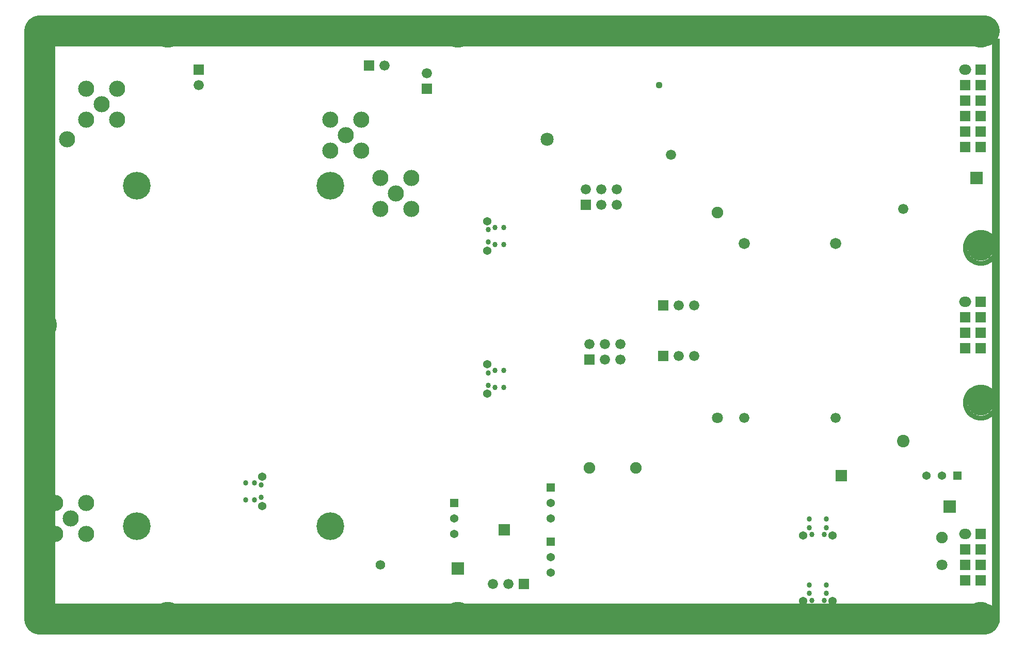
<source format=gbs>
*%FSLAX24Y24*%
*%MOIN*%
G01*
%ADD11C,0.0000*%
%ADD12C,0.0050*%
%ADD13C,0.0060*%
%ADD14C,0.0073*%
%ADD15C,0.0080*%
%ADD16C,0.0098*%
%ADD17C,0.0100*%
%ADD18C,0.0120*%
%ADD19C,0.0150*%
%ADD20C,0.0160*%
%ADD21C,0.0160*%
%ADD22C,0.0200*%
%ADD23C,0.0240*%
%ADD24O,0.0240X0.0800*%
%ADD25C,0.0250*%
%ADD26O,0.0280X0.0840*%
%ADD27C,0.0300*%
%ADD28C,0.0300*%
%ADD29C,0.0320*%
%ADD30C,0.0340*%
%ADD31C,0.0360*%
%ADD32C,0.0380*%
%ADD33C,0.0394*%
%ADD34C,0.0400*%
%ADD35C,0.0400*%
%ADD36C,0.0434*%
%ADD37C,0.0440*%
%ADD38C,0.0460*%
%ADD39C,0.0480*%
%ADD40C,0.0480*%
%ADD41C,0.0500*%
%ADD42C,0.0500*%
%ADD43C,0.0520*%
%ADD44C,0.0540*%
%ADD45C,0.0560*%
%ADD46C,0.0580*%
%ADD47C,0.0600*%
%ADD48C,0.0620*%
%ADD49C,0.0650*%
%ADD50C,0.0660*%
%ADD51C,0.0670*%
%ADD52C,0.0680*%
%ADD53C,0.0700*%
%ADD54C,0.0710*%
%ADD55C,0.0720*%
%ADD56O,0.0750X0.0620*%
%ADD57C,0.0750*%
%ADD58C,0.0760*%
%ADD59O,0.0790X0.0660*%
%ADD60C,0.0810*%
%ADD61C,0.0827*%
%ADD62C,0.0850*%
%ADD63C,0.0870*%
%ADD64C,0.1000*%
%ADD65C,0.1040*%
%ADD66C,0.1299*%
%ADD67C,0.1299*%
%ADD68C,0.1499*%
%ADD69C,0.1600*%
%ADD70C,0.1700*%
%ADD71C,0.1750*%
%ADD72C,0.1790*%
%ADD73C,0.2000*%
%ADD74C,0.2299*%
%ADD75C,0.2299*%
%ADD76R,0.0200X0.0200*%
%ADD77R,0.0200X0.0500*%
%ADD78R,0.0200X0.0650*%
%ADD79R,0.0200X0.1600*%
%ADD80R,0.0240X0.0700*%
%ADD81R,0.0280X0.0600*%
%ADD82R,0.0300X0.0300*%
%ADD83R,0.0300X0.0300*%
%ADD84R,0.0300X0.0600*%
%ADD85R,0.0300X0.0650*%
%ADD86R,0.0300X0.0700*%
%ADD87R,0.0315X0.0709*%
%ADD88R,0.0320X0.0560*%
%ADD89R,0.0320X0.0640*%
%ADD90R,0.0335X0.0758*%
%ADD91R,0.0340X0.0340*%
%ADD92R,0.0340X0.0700*%
%ADD93R,0.0340X0.0800*%
%ADD94R,0.0344X0.0787*%
%ADD95R,0.0344X0.0797*%
%ADD96R,0.0350X0.0700*%
%ADD97R,0.0350X0.0800*%
%ADD98R,0.0354X0.0787*%
%ADD99R,0.0355X0.0749*%
%ADD100R,0.0360X0.0600*%
%ADD101R,0.0360X0.1300*%
%ADD102R,0.0394X0.0827*%
%ADD103R,0.0400X0.0200*%
%ADD104R,0.0400X0.0400*%
%ADD105R,0.0400X0.0500*%
%ADD106R,0.0400X0.0640*%
%ADD107R,0.0400X0.0750*%
%ADD108R,0.0400X0.1350*%
%ADD109R,0.0420X0.0850*%
%ADD110R,0.0434X0.0867*%
%ADD111R,0.0440X0.0540*%
%ADD112R,0.0440X0.1390*%
%ADD113R,0.0460X0.0890*%
%ADD114R,0.0500X0.0200*%
%ADD115R,0.0500X0.0400*%
%ADD116R,0.0500X0.0500*%
%ADD117R,0.0500X0.0500*%
%ADD118R,0.0500X0.0850*%
%ADD119R,0.0500X0.1000*%
%ADD120R,0.0500X0.1200*%
%ADD121R,0.0540X0.0440*%
%ADD122R,0.0540X0.0540*%
%ADD123R,0.0540X0.0890*%
%ADD124R,0.0540X0.0960*%
%ADD125R,0.0540X0.1040*%
%ADD126R,0.0550X0.0650*%
%ADD127R,0.0550X0.0780*%
%ADD128R,0.0550X0.0800*%
%ADD129R,0.0560X0.0320*%
%ADD130R,0.0591X0.1260*%
%ADD131R,0.0600X0.0280*%
%ADD132R,0.0600X0.0360*%
%ADD133R,0.0600X0.0600*%
%ADD134R,0.0600X0.1000*%
%ADD135R,0.0600X0.1200*%
%ADD136R,0.0600X0.1250*%
%ADD137R,0.0620X0.0620*%
%ADD138R,0.0631X0.1300*%
%ADD139R,0.0640X0.0320*%
%ADD140R,0.0640X0.0400*%
%ADD141R,0.0640X0.0640*%
%ADD142R,0.0640X0.1040*%
%ADD143R,0.0640X0.1290*%
%ADD144R,0.0650X0.0200*%
%ADD145R,0.0650X0.0550*%
%ADD146R,0.0650X0.0650*%
%ADD147R,0.0660X0.0660*%
%ADD148R,0.0700X0.0700*%
%ADD149R,0.0700X0.0700*%
%ADD150R,0.0700X0.0900*%
%ADD151R,0.0709X0.0827*%
%ADD152R,0.0740X0.0740*%
%ADD153R,0.0749X0.0867*%
%ADD154R,0.0750X0.0400*%
%ADD155R,0.0750X0.0750*%
%ADD156R,0.0750X0.0750*%
%ADD157R,0.0750X0.0800*%
%ADD158R,0.0790X0.0790*%
%ADD159R,0.0800X0.0750*%
%ADD160R,0.0800X0.0800*%
%ADD161R,0.0800X0.0800*%
%ADD162R,0.0800X0.1000*%
%ADD163R,0.0800X0.1250*%
%ADD164R,0.0840X0.1040*%
%ADD165R,0.0850X0.0500*%
%ADD166R,0.0890X0.0540*%
%ADD167R,0.0900X0.0600*%
%ADD168R,0.0900X0.0900*%
%ADD169R,0.0940X0.0940*%
%ADD170R,0.0960X0.0540*%
%ADD171R,0.0960X0.0960*%
%ADD172R,0.0960X0.1220*%
%ADD173R,0.1000X0.0500*%
%ADD174R,0.1000X0.0600*%
%ADD175R,0.1000X0.0700*%
%ADD176R,0.1000X0.1000*%
%ADD177R,0.1000X0.1000*%
%ADD178R,0.1000X0.1250*%
%ADD179R,0.1040X0.0540*%
%ADD180R,0.1040X0.0640*%
%ADD181R,0.1040X0.0740*%
%ADD182R,0.1040X0.1040*%
%ADD183R,0.1040X0.1290*%
%ADD184R,0.1060X0.1060*%
%ADD185R,0.1140X0.0540*%
%ADD186R,0.1200X0.0500*%
%ADD187R,0.1200X0.0600*%
%ADD188R,0.1200X0.1200*%
%ADD189R,0.1220X0.0960*%
%ADD190R,0.1240X0.0640*%
%ADD191R,0.1250X0.0600*%
%ADD192R,0.1250X0.0800*%
%ADD193R,0.1250X0.1000*%
%ADD194R,0.1260X0.0591*%
%ADD195R,0.1290X0.0640*%
%ADD196R,0.1290X0.1040*%
%ADD197R,0.1300X0.0631*%
%ADD198R,0.1300X0.0360*%
%ADD199R,0.1350X0.0400*%
%ADD200R,0.1390X0.0440*%
%ADD201R,0.1500X0.1500*%
%ADD202R,0.1600X0.0200*%
%ADD203R,0.1600X0.2400*%
%ADD204R,0.1700X0.1700*%
%ADD205R,0.1800X0.1800*%
%ADD206R,0.1900X0.1900*%
%ADD207R,0.2000X0.0750*%
%ADD208R,0.2000X0.2000*%
%ADD209R,0.2040X0.0790*%
%ADD210R,0.2100X0.2100*%
%ADD211R,0.2200X0.2200*%
%ADD212R,0.2400X0.1600*%
%ADD213R,0.2500X0.2500*%
D11*
X90100Y62790D02*
D03*
Y52540D02*
D03*
X88850Y56290D02*
D03*
X90100Y41290D02*
D03*
Y44790D02*
D03*
X87850Y66290D02*
D03*
X87350Y63540D02*
D03*
X88350Y51040D02*
D03*
X87350Y48790D02*
D03*
X87100Y52790D02*
D03*
X87350Y62290D02*
D03*
X88600Y37040D02*
D03*
X88350Y46540D02*
D03*
X87350Y31790D02*
D03*
X87100Y45040D02*
D03*
X88350Y41290D02*
D03*
X87100Y29290D02*
D03*
X85100Y47340D02*
D03*
X86600Y59540D02*
D03*
X85600Y55040D02*
D03*
Y51790D02*
D03*
X86100Y52790D02*
D03*
X86600Y61040D02*
D03*
X85100Y38540D02*
D03*
X86100Y45040D02*
D03*
X86350Y35790D02*
D03*
Y34290D02*
D03*
Y32540D02*
D03*
X84350Y65790D02*
D03*
X84600Y63540D02*
D03*
Y49940D02*
D03*
Y61290D02*
D03*
Y48540D02*
D03*
Y46790D02*
D03*
Y30040D02*
D03*
X83100Y67040D02*
D03*
X82850Y63790D02*
D03*
Y57540D02*
D03*
X82800Y50390D02*
D03*
X83050Y61440D02*
D03*
X83700Y52990D02*
D03*
Y51690D02*
D03*
X83850Y54790D02*
D03*
X83100Y32290D02*
D03*
Y36290D02*
D03*
X83550Y38240D02*
D03*
X83600Y34040D02*
D03*
X83750Y45290D02*
D03*
X83700Y43790D02*
D03*
X83600Y35290D02*
D03*
X83350Y30040D02*
D03*
X82350Y60790D02*
D03*
X80850Y57640D02*
D03*
Y50040D02*
D03*
X81850Y62790D02*
D03*
Y47540D02*
D03*
X82500Y54190D02*
D03*
X81350Y59540D02*
D03*
Y55040D02*
D03*
X81150Y61390D02*
D03*
X80850Y41790D02*
D03*
Y44790D02*
D03*
X81850Y34040D02*
D03*
Y38040D02*
D03*
X82350Y40790D02*
D03*
X82300Y45940D02*
D03*
X82100Y39290D02*
D03*
X81100Y46540D02*
D03*
X79500Y59390D02*
D03*
X79300Y61440D02*
D03*
X79850Y53040D02*
D03*
X80500Y55340D02*
D03*
X79600Y50040D02*
D03*
Y40540D02*
D03*
X79100Y39290D02*
D03*
X80100Y38040D02*
D03*
X79350Y46790D02*
D03*
X79100Y44790D02*
D03*
X79850Y33790D02*
D03*
X80350Y30040D02*
D03*
X77100Y63540D02*
D03*
X77600Y66290D02*
D03*
X77850Y63790D02*
D03*
X78850Y65040D02*
D03*
X77850Y67040D02*
D03*
X78150Y50640D02*
D03*
X77850Y61540D02*
D03*
Y59540D02*
D03*
X78200Y48390D02*
D03*
X78850Y62790D02*
D03*
X77100Y41040D02*
D03*
X78100Y42040D02*
D03*
X78850Y38040D02*
D03*
X78100Y40290D02*
D03*
X77850Y33790D02*
D03*
X77600Y38040D02*
D03*
X77250Y30140D02*
D03*
X75100Y63540D02*
D03*
X76100Y67540D02*
D03*
X75350Y64790D02*
D03*
X76500Y66690D02*
D03*
X76350Y56290D02*
D03*
X76850Y57290D02*
D03*
X76700Y50640D02*
D03*
X75250Y50790D02*
D03*
X76850Y54040D02*
D03*
X75300Y48390D02*
D03*
X75100Y61540D02*
D03*
Y62540D02*
D03*
X76750Y46290D02*
D03*
X75600Y39290D02*
D03*
X75850Y43290D02*
D03*
X76600Y34540D02*
D03*
X75850Y32290D02*
D03*
X75450Y36640D02*
D03*
X75600Y30040D02*
D03*
X74100Y68040D02*
D03*
X73600Y64290D02*
D03*
X74400Y66990D02*
D03*
X74600Y50790D02*
D03*
X74850Y55790D02*
D03*
X73350Y52790D02*
D03*
X74100Y56290D02*
D03*
X74800Y34440D02*
D03*
X74100Y40290D02*
D03*
X73600Y45290D02*
D03*
X73350Y43540D02*
D03*
X74350Y38040D02*
D03*
X74150Y33640D02*
D03*
X73600Y39040D02*
D03*
X71850Y65790D02*
D03*
X72600Y62590D02*
D03*
X72350Y58040D02*
D03*
X71350D02*
D03*
Y56540D02*
D03*
X72600Y59790D02*
D03*
X71600Y48040D02*
D03*
Y55290D02*
D03*
X72250Y47540D02*
D03*
Y48640D02*
D03*
X72300Y51040D02*
D03*
X72500Y61190D02*
D03*
X72750Y55190D02*
D03*
X71100Y33040D02*
D03*
X71150Y32440D02*
D03*
X71850Y40290D02*
D03*
X71700Y43340D02*
D03*
X72350Y46240D02*
D03*
X72200Y38940D02*
D03*
X72800Y41790D02*
D03*
X70350Y59540D02*
D03*
X70600Y57290D02*
D03*
X69850Y58040D02*
D03*
X69400Y54740D02*
D03*
X69850Y52290D02*
D03*
Y48290D02*
D03*
X70100Y60540D02*
D03*
X70650Y61640D02*
D03*
X69600Y40290D02*
D03*
X70100Y38790D02*
D03*
X69850Y41540D02*
D03*
Y44540D02*
D03*
X70100Y34790D02*
D03*
X70350Y36540D02*
D03*
X70850Y30040D02*
D03*
X68350Y62040D02*
D03*
X68600Y60540D02*
D03*
X68350Y33290D02*
D03*
X68850Y38040D02*
D03*
X68350Y43290D02*
D03*
X68600Y34790D02*
D03*
X68700Y29140D02*
D03*
X68100Y56790D02*
D03*
Y58040D02*
D03*
Y54540D02*
D03*
Y52790D02*
D03*
Y50790D02*
D03*
X67600Y40290D02*
D03*
X68100Y41540D02*
D03*
Y38790D02*
D03*
X65350Y64790D02*
D03*
X66100Y66790D02*
D03*
X65600Y68290D02*
D03*
X66350Y53790D02*
D03*
X66100Y50790D02*
D03*
Y52790D02*
D03*
X65850Y49790D02*
D03*
X66100Y51790D02*
D03*
X66250Y55240D02*
D03*
X66350Y48290D02*
D03*
X65600Y55790D02*
D03*
X66350Y41540D02*
D03*
X66100Y43540D02*
D03*
X65600Y32040D02*
D03*
X65850Y38790D02*
D03*
X66100Y42540D02*
D03*
Y36540D02*
D03*
X66500Y45540D02*
D03*
X66350Y40290D02*
D03*
X65600Y40540D02*
D03*
X66600Y30040D02*
D03*
X64350Y66040D02*
D03*
X63850Y63040D02*
D03*
X65100Y53540D02*
D03*
X63850Y50790D02*
D03*
Y51790D02*
D03*
Y52790D02*
D03*
X64100Y62040D02*
D03*
X64300Y48340D02*
D03*
X63850Y55290D02*
D03*
X65100Y49040D02*
D03*
X63600Y49540D02*
D03*
X65100Y50040D02*
D03*
X63350Y36040D02*
D03*
X64100Y41540D02*
D03*
Y42540D02*
D03*
Y43540D02*
D03*
X64900Y45740D02*
D03*
X63900Y36740D02*
D03*
X63850Y35290D02*
D03*
X63500Y34590D02*
D03*
Y33540D02*
D03*
X64850Y40290D02*
D03*
X64350Y38040D02*
D03*
X63350Y39290D02*
D03*
X63600Y31040D02*
D03*
X62350Y68290D02*
D03*
X62100Y63040D02*
D03*
Y60540D02*
D03*
Y61540D02*
D03*
X62850Y56140D02*
D03*
X62800Y53790D02*
D03*
X62100Y49540D02*
D03*
X61850Y58540D02*
D03*
X62430Y44150D02*
D03*
X62100Y46790D02*
D03*
X62600Y40540D02*
D03*
X61350Y29540D02*
D03*
X63000Y29990D02*
D03*
X60100Y67040D02*
D03*
X59350Y63040D02*
D03*
X60100Y68290D02*
D03*
X60600Y63040D02*
D03*
X59400Y59040D02*
D03*
X60100Y59790D02*
D03*
X60600Y61540D02*
D03*
Y54540D02*
D03*
Y49540D02*
D03*
Y52990D02*
D03*
Y58540D02*
D03*
X59600Y40790D02*
D03*
X60600Y43790D02*
D03*
Y40290D02*
D03*
Y38290D02*
D03*
Y36290D02*
D03*
X60200Y45390D02*
D03*
X57850Y66040D02*
D03*
X57600Y67540D02*
D03*
X57350Y64290D02*
D03*
X58100Y63040D02*
D03*
X57850Y49540D02*
D03*
X57350Y37290D02*
D03*
Y35040D02*
D03*
X57600Y40790D02*
D03*
Y43040D02*
D03*
X57850Y33790D02*
D03*
X57600Y30040D02*
D03*
X56350Y64040D02*
D03*
X56850Y58040D02*
D03*
X55850Y53290D02*
D03*
X55600Y60790D02*
D03*
X57100Y50040D02*
D03*
Y52040D02*
D03*
X56350Y60040D02*
D03*
X56850Y48040D02*
D03*
X55600Y54290D02*
D03*
X55850Y43540D02*
D03*
X55600Y40790D02*
D03*
X56850Y33040D02*
D03*
X56350Y42540D02*
D03*
X55350Y65790D02*
D03*
X54850Y64290D02*
D03*
X54100Y59540D02*
D03*
Y58540D02*
D03*
X54850Y61790D02*
D03*
Y60790D02*
D03*
X55100Y48790D02*
D03*
Y50290D02*
D03*
X54350Y45790D02*
D03*
Y31790D02*
D03*
X54500Y32940D02*
D03*
X54100Y41040D02*
D03*
X55100Y46540D02*
D03*
X55350Y34040D02*
D03*
Y39790D02*
D03*
X54600Y37290D02*
D03*
Y35290D02*
D03*
Y38790D02*
D03*
X54100Y30540D02*
D03*
X53100Y62290D02*
D03*
Y32940D02*
D03*
X51500Y66840D02*
D03*
X52550Y54790D02*
D03*
X52600Y52790D02*
D03*
X51850Y50540D02*
D03*
Y47790D02*
D03*
X52100Y60790D02*
D03*
X51600Y43040D02*
D03*
X51850Y37290D02*
D03*
Y35290D02*
D03*
X52050Y46040D02*
D03*
X52350Y39540D02*
D03*
X51850Y30540D02*
D03*
X49600Y68290D02*
D03*
Y66540D02*
D03*
X50850Y64040D02*
D03*
X49850Y47790D02*
D03*
X51100Y52040D02*
D03*
X50100Y55290D02*
D03*
X50850Y50540D02*
D03*
Y47790D02*
D03*
X50100Y53290D02*
D03*
X50350Y37290D02*
D03*
X49600Y36040D02*
D03*
Y38040D02*
D03*
X51350Y34540D02*
D03*
Y38290D02*
D03*
X50350Y38240D02*
D03*
X49600Y46040D02*
D03*
X50350Y41290D02*
D03*
Y40040D02*
D03*
X49600Y33290D02*
D03*
X49850Y34790D02*
D03*
X50600Y46040D02*
D03*
X51350D02*
D03*
X49600Y43040D02*
D03*
X49850Y30540D02*
D03*
X48600Y53290D02*
D03*
X49350Y52040D02*
D03*
X48600Y55290D02*
D03*
X49350Y58540D02*
D03*
X48600Y37040D02*
D03*
X48100Y43040D02*
D03*
X47600Y38290D02*
D03*
X48100Y46040D02*
D03*
X48850Y32540D02*
D03*
X47600Y33290D02*
D03*
X48850Y30040D02*
D03*
X47100Y66790D02*
D03*
X46350Y60290D02*
D03*
Y62290D02*
D03*
X46100Y53290D02*
D03*
Y51290D02*
D03*
Y49290D02*
D03*
X47100Y55290D02*
D03*
X46600Y36790D02*
D03*
X47350Y45540D02*
D03*
X45850Y40540D02*
D03*
Y42040D02*
D03*
Y32040D02*
D03*
X46100Y35040D02*
D03*
Y33290D02*
D03*
X44350Y64040D02*
D03*
X45100Y67790D02*
D03*
X44350Y65790D02*
D03*
X45500Y55390D02*
D03*
X44600Y48290D02*
D03*
X45350Y58040D02*
D03*
X44350Y52290D02*
D03*
Y50290D02*
D03*
X43850Y54040D02*
D03*
X45100Y56540D02*
D03*
X44350Y60540D02*
D03*
X45100Y39540D02*
D03*
Y43040D02*
D03*
X43850Y33290D02*
D03*
X45350Y44540D02*
D03*
X43850Y35040D02*
D03*
X44350Y46040D02*
D03*
X42100Y50290D02*
D03*
X43100Y60040D02*
D03*
X43600Y50290D02*
D03*
X41850Y54040D02*
D03*
X43100Y62790D02*
D03*
X42850Y56540D02*
D03*
X42100Y58040D02*
D03*
X41850Y35040D02*
D03*
Y39790D02*
D03*
X42850Y44540D02*
D03*
Y46040D02*
D03*
X41850Y33290D02*
D03*
X43350Y30040D02*
D03*
X40850Y66790D02*
D03*
X40100Y62540D02*
D03*
X40600Y58040D02*
D03*
X40850Y52290D02*
D03*
Y48290D02*
D03*
Y54540D02*
D03*
X41350Y62540D02*
D03*
X40850Y56540D02*
D03*
Y50290D02*
D03*
X41600Y36290D02*
D03*
X40350Y33540D02*
D03*
X41350Y32040D02*
D03*
X40100Y39790D02*
D03*
Y38040D02*
D03*
Y37040D02*
D03*
Y35040D02*
D03*
X40350Y40790D02*
D03*
X40850Y43790D02*
D03*
Y44540D02*
D03*
Y46040D02*
D03*
Y42290D02*
D03*
X41350Y30290D02*
D03*
X38900Y62540D02*
D03*
X39100Y59790D02*
D03*
X37850Y50290D02*
D03*
X38100Y53790D02*
D03*
X38850Y52290D02*
D03*
Y50290D02*
D03*
Y48290D02*
D03*
Y56040D02*
D03*
Y58040D02*
D03*
X39100Y61290D02*
D03*
X37850Y46540D02*
D03*
X38350Y40790D02*
D03*
X38600Y39790D02*
D03*
X38850Y38040D02*
D03*
X39100Y33540D02*
D03*
X38850Y44540D02*
D03*
X39100Y29540D02*
D03*
X38350Y30790D02*
D03*
X37100Y66040D02*
D03*
Y63540D02*
D03*
Y65040D02*
D03*
Y61290D02*
D03*
X37600Y37540D02*
D03*
X36350Y59790D02*
D03*
X36100Y52540D02*
D03*
Y54290D02*
D03*
Y48040D02*
D03*
X36350Y50290D02*
D03*
X36850Y56040D02*
D03*
X36100Y34790D02*
D03*
Y36790D02*
D03*
X35850Y41790D02*
D03*
X36100Y33540D02*
D03*
X36350Y39540D02*
D03*
Y38040D02*
D03*
X36850Y44540D02*
D03*
X36100Y31290D02*
D03*
X35600Y66540D02*
D03*
X34600D02*
D03*
X35100Y68040D02*
D03*
X34600Y67290D02*
D03*
X35600Y63540D02*
D03*
Y65040D02*
D03*
X34600Y64040D02*
D03*
X35350Y52290D02*
D03*
Y50290D02*
D03*
Y48290D02*
D03*
X34600Y62040D02*
D03*
X35600Y60790D02*
D03*
X34350Y42290D02*
D03*
Y44540D02*
D03*
X35100Y30040D02*
D03*
X32600Y66540D02*
D03*
Y67290D02*
D03*
X33600D02*
D03*
X32850Y52290D02*
D03*
Y54290D02*
D03*
Y50290D02*
D03*
Y48290D02*
D03*
X33600Y51290D02*
D03*
Y49290D02*
D03*
Y47290D02*
D03*
Y53290D02*
D03*
X32600Y61040D02*
D03*
X33350Y38790D02*
D03*
X32850Y46290D02*
D03*
X30450Y65490D02*
D03*
X31600Y66540D02*
D03*
X30600D02*
D03*
X30350Y68040D02*
D03*
X31600Y67290D02*
D03*
X30600D02*
D03*
Y64040D02*
D03*
Y62040D02*
D03*
X31350Y42290D02*
D03*
Y43790D02*
D03*
Y38540D02*
D03*
Y40290D02*
D03*
X29450Y66890D02*
D03*
X28600Y59290D02*
D03*
Y62040D02*
D03*
X29100Y31790D02*
D03*
X29850Y42290D02*
D03*
Y38540D02*
D03*
Y40290D02*
D03*
D28*
X90350Y53790D02*
X90349Y53757D01*
X90348Y53724D01*
X90345Y53690D01*
X90341Y53657D01*
X90336Y53625D01*
X90330Y53592D01*
X90323Y53559D01*
X90315Y53527D01*
X90306Y53495D01*
X90295Y53464D01*
X90284Y53432D01*
X90271Y53402D01*
X90258Y53371D01*
X90244Y53341D01*
X90228Y53312D01*
X90212Y53283D01*
X90195Y53254D01*
X90176Y53227D01*
X90157Y53200D01*
X90137Y53173D01*
X90116Y53147D01*
X90094Y53122D01*
X90072Y53098D01*
X90048Y53074D01*
X90024Y53051D01*
X89999Y53029D01*
X89973Y53008D01*
X89947Y52988D01*
X89920Y52968D01*
X89893Y52950D01*
X89864Y52932D01*
X89836Y52916D01*
X89806Y52900D01*
X89776Y52885D01*
X89746Y52872D01*
X89715Y52859D01*
X89684Y52848D01*
X89653Y52837D01*
X89621Y52827D01*
X89589Y52819D01*
X89556Y52812D01*
X89524Y52805D01*
X89491Y52800D01*
X89458Y52796D01*
X89425Y52793D01*
X89392Y52791D01*
X89358Y52790D01*
X89325Y52790D01*
X89292Y52792D01*
X89259Y52794D01*
X89226Y52798D01*
X89193Y52802D01*
X89160Y52808D01*
X89127Y52815D01*
X89095Y52823D01*
X89063Y52832D01*
X89032Y52842D01*
X89000Y52853D01*
X88969Y52865D01*
X88939Y52878D01*
X88909Y52893D01*
X88879Y52908D01*
X88850Y52924D01*
X88821Y52941D01*
X88794Y52959D01*
X88766Y52978D01*
X88740Y52998D01*
X88714Y53019D01*
X88688Y53040D01*
X88664Y53063D01*
X88640Y53086D01*
X88617Y53110D01*
X88595Y53135D01*
X88573Y53160D01*
X88553Y53186D01*
X88533Y53213D01*
X88515Y53240D01*
X88497Y53269D01*
X88480Y53297D01*
X88464Y53326D01*
X88449Y53356D01*
X88435Y53386D01*
X88422Y53417D01*
X88410Y53448D01*
X88399Y53479D01*
X88390Y53511D01*
X88381Y53543D01*
X88373Y53576D01*
X88367Y53608D01*
X88361Y53641D01*
X88357Y53674D01*
X88353Y53707D01*
X88351Y53740D01*
X88350Y53773D01*
Y53807D01*
X88351Y53840D01*
X88353Y53873D01*
X88357Y53906D01*
X88361Y53939D01*
X88367Y53972D01*
X88373Y54004D01*
X88381Y54037D01*
X88390Y54069D01*
X88399Y54101D01*
X88410Y54132D01*
X88422Y54163D01*
X88435Y54194D01*
X88449Y54224D01*
X88464Y54254D01*
X88480Y54283D01*
X88497Y54311D01*
X88515Y54340D01*
X88533Y54367D01*
X88553Y54394D01*
X88573Y54420D01*
X88595Y54445D01*
X88617Y54470D01*
X88640Y54494D01*
X88664Y54517D01*
X88688Y54540D01*
X88714Y54561D01*
X88740Y54582D01*
X88766Y54602D01*
X88794Y54621D01*
X88821Y54639D01*
X88850Y54656D01*
X88879Y54672D01*
X88909Y54687D01*
X88939Y54702D01*
X88969Y54715D01*
X89000Y54727D01*
X89032Y54738D01*
X89063Y54748D01*
X89095Y54757D01*
X89127Y54765D01*
X89160Y54772D01*
X89193Y54778D01*
X89226Y54782D01*
X89259Y54786D01*
X89292Y54788D01*
X89325Y54790D01*
X89358Y54790D01*
X89392Y54789D01*
X89425Y54787D01*
X89458Y54784D01*
X89491Y54780D01*
X89524Y54775D01*
X89556Y54768D01*
X89589Y54761D01*
X89621Y54753D01*
X89653Y54743D01*
X89684Y54732D01*
X89715Y54721D01*
X89746Y54708D01*
X89776Y54695D01*
X89806Y54680D01*
X89836Y54664D01*
X89864Y54648D01*
X89893Y54630D01*
X89920Y54612D01*
X89947Y54592D01*
X89973Y54572D01*
X89999Y54551D01*
X90024Y54529D01*
X90048Y54506D01*
X90072Y54482D01*
X90094Y54458D01*
X90116Y54433D01*
X90137Y54407D01*
X90157Y54380D01*
X90176Y54353D01*
X90195Y54326D01*
X90212Y54297D01*
X90228Y54268D01*
X90244Y54239D01*
X90258Y54209D01*
X90271Y54178D01*
X90284Y54148D01*
X90295Y54116D01*
X90306Y54085D01*
X90315Y54053D01*
X90323Y54021D01*
X90330Y53988D01*
X90336Y53955D01*
X90341Y53923D01*
X90345Y53890D01*
X90348Y53856D01*
X90349Y53823D01*
X90350Y53790D01*
Y43790D02*
X90349Y43757D01*
X90348Y43724D01*
X90345Y43690D01*
X90341Y43657D01*
X90336Y43625D01*
X90330Y43592D01*
X90323Y43559D01*
X90315Y43527D01*
X90306Y43495D01*
X90295Y43464D01*
X90284Y43432D01*
X90271Y43402D01*
X90258Y43371D01*
X90244Y43341D01*
X90228Y43312D01*
X90212Y43283D01*
X90195Y43254D01*
X90176Y43227D01*
X90157Y43200D01*
X90137Y43173D01*
X90116Y43147D01*
X90094Y43122D01*
X90072Y43098D01*
X90048Y43074D01*
X90024Y43051D01*
X89999Y43029D01*
X89973Y43008D01*
X89947Y42988D01*
X89920Y42968D01*
X89893Y42950D01*
X89864Y42932D01*
X89836Y42916D01*
X89806Y42900D01*
X89776Y42885D01*
X89746Y42872D01*
X89715Y42859D01*
X89684Y42848D01*
X89653Y42837D01*
X89621Y42827D01*
X89589Y42819D01*
X89556Y42812D01*
X89524Y42805D01*
X89491Y42800D01*
X89458Y42796D01*
X89425Y42793D01*
X89392Y42791D01*
X89358Y42790D01*
X89325Y42790D01*
X89292Y42792D01*
X89259Y42794D01*
X89226Y42798D01*
X89193Y42802D01*
X89160Y42808D01*
X89127Y42815D01*
X89095Y42823D01*
X89063Y42832D01*
X89032Y42842D01*
X89000Y42853D01*
X88969Y42865D01*
X88939Y42878D01*
X88909Y42893D01*
X88879Y42908D01*
X88850Y42924D01*
X88821Y42941D01*
X88794Y42959D01*
X88766Y42978D01*
X88740Y42998D01*
X88714Y43019D01*
X88688Y43040D01*
X88664Y43063D01*
X88640Y43086D01*
X88617Y43110D01*
X88595Y43135D01*
X88573Y43160D01*
X88553Y43186D01*
X88533Y43213D01*
X88515Y43240D01*
X88497Y43269D01*
X88480Y43297D01*
X88464Y43326D01*
X88449Y43356D01*
X88435Y43386D01*
X88422Y43417D01*
X88410Y43448D01*
X88399Y43479D01*
X88390Y43511D01*
X88381Y43543D01*
X88373Y43576D01*
X88367Y43608D01*
X88361Y43641D01*
X88357Y43674D01*
X88353Y43707D01*
X88351Y43740D01*
X88350Y43773D01*
Y43807D01*
X88351Y43840D01*
X88353Y43873D01*
X88357Y43906D01*
X88361Y43939D01*
X88367Y43972D01*
X88373Y44004D01*
X88381Y44037D01*
X88390Y44069D01*
X88399Y44101D01*
X88410Y44132D01*
X88422Y44163D01*
X88435Y44194D01*
X88449Y44224D01*
X88464Y44254D01*
X88480Y44283D01*
X88497Y44311D01*
X88515Y44340D01*
X88533Y44367D01*
X88553Y44394D01*
X88573Y44420D01*
X88595Y44445D01*
X88617Y44470D01*
X88640Y44494D01*
X88664Y44517D01*
X88688Y44540D01*
X88714Y44561D01*
X88740Y44582D01*
X88766Y44602D01*
X88794Y44621D01*
X88821Y44639D01*
X88850Y44656D01*
X88879Y44672D01*
X88909Y44687D01*
X88939Y44702D01*
X88969Y44715D01*
X89000Y44727D01*
X89032Y44738D01*
X89063Y44748D01*
X89095Y44757D01*
X89127Y44765D01*
X89160Y44772D01*
X89193Y44778D01*
X89226Y44782D01*
X89259Y44786D01*
X89292Y44788D01*
X89325Y44790D01*
X89358Y44790D01*
X89392Y44789D01*
X89425Y44787D01*
X89458Y44784D01*
X89491Y44780D01*
X89524Y44775D01*
X89556Y44768D01*
X89589Y44761D01*
X89621Y44753D01*
X89653Y44743D01*
X89684Y44732D01*
X89715Y44721D01*
X89746Y44708D01*
X89776Y44695D01*
X89806Y44680D01*
X89836Y44664D01*
X89864Y44648D01*
X89893Y44630D01*
X89920Y44612D01*
X89947Y44592D01*
X89973Y44572D01*
X89999Y44551D01*
X90024Y44529D01*
X90048Y44506D01*
X90072Y44482D01*
X90094Y44458D01*
X90116Y44433D01*
X90137Y44407D01*
X90157Y44380D01*
X90176Y44353D01*
X90195Y44326D01*
X90212Y44297D01*
X90228Y44268D01*
X90244Y44239D01*
X90258Y44209D01*
X90271Y44178D01*
X90284Y44148D01*
X90295Y44116D01*
X90306Y44085D01*
X90315Y44053D01*
X90323Y44021D01*
X90330Y43988D01*
X90336Y43955D01*
X90341Y43923D01*
X90345Y43890D01*
X90348Y43856D01*
X90349Y43823D01*
X90350Y43790D01*
D30*
X79250Y30990D02*
D03*
X78300Y31440D02*
D03*
X79400D02*
D03*
X78300Y31990D02*
D03*
X79400D02*
D03*
X78450Y30990D02*
D03*
X79250Y35240D02*
D03*
X78300Y35690D02*
D03*
X79400D02*
D03*
X78300Y36240D02*
D03*
X79400D02*
D03*
X78450Y35240D02*
D03*
X57550Y54140D02*
D03*
X58000Y55090D02*
D03*
Y53990D02*
D03*
X58550Y55090D02*
D03*
Y53990D02*
D03*
X57550Y54940D02*
D03*
Y44890D02*
D03*
X58000Y45840D02*
D03*
Y44740D02*
D03*
X58550Y45840D02*
D03*
Y44740D02*
D03*
X57550Y45690D02*
D03*
X42900Y38440D02*
D03*
X42450Y37490D02*
D03*
Y38590D02*
D03*
X41900Y37490D02*
D03*
Y38590D02*
D03*
X42900Y37640D02*
D03*
D36*
X87600Y30290D02*
D03*
X83600Y67790D02*
D03*
X29100D02*
D03*
Y30290D02*
D03*
D37*
X70600Y68040D02*
D03*
X69600D02*
D03*
X68600Y64290D02*
D03*
Y68040D02*
D03*
X67600D02*
D03*
X66600D02*
D03*
D44*
X86850Y39040D02*
D03*
X85850D02*
D03*
X79800Y30940D02*
D03*
X77900D02*
D03*
X79800Y35190D02*
D03*
X77900D02*
D03*
X57500Y53590D02*
D03*
Y55490D02*
D03*
Y44340D02*
D03*
Y46240D02*
D03*
X55350Y36290D02*
D03*
Y35290D02*
D03*
X61600Y33790D02*
D03*
Y32790D02*
D03*
Y37290D02*
D03*
Y36290D02*
D03*
X42950Y38990D02*
D03*
Y37090D02*
D03*
D48*
X50600Y33290D02*
D03*
D50*
X84350Y56290D02*
D03*
X69850Y50040D02*
D03*
X70850D02*
D03*
X69350Y59790D02*
D03*
X69850Y46790D02*
D03*
X70850D02*
D03*
X80006Y42790D02*
D03*
X74100D02*
D03*
X53600Y65040D02*
D03*
X64850Y56540D02*
D03*
Y57540D02*
D03*
X65850Y56540D02*
D03*
Y57540D02*
D03*
X63850D02*
D03*
X58850Y32040D02*
D03*
X57850D02*
D03*
X65100Y46540D02*
D03*
Y47540D02*
D03*
X66100Y46540D02*
D03*
Y47540D02*
D03*
X64100D02*
D03*
X50850Y65540D02*
D03*
X38850Y64290D02*
D03*
D54*
X86850Y33290D02*
D03*
X72350Y42790D02*
D03*
D55*
X74100Y54040D02*
D03*
X80006D02*
D03*
D57*
X86850Y35040D02*
D03*
X72350Y56040D02*
D03*
X64100Y39540D02*
D03*
X67100D02*
D03*
D59*
X88350Y65290D02*
D03*
Y50290D02*
D03*
Y35290D02*
D03*
D60*
X84350Y41290D02*
D03*
D61*
X87600Y30290D02*
D03*
X83600Y67790D02*
D03*
X29100D02*
D03*
Y30290D02*
D03*
D62*
X61350Y60790D02*
D03*
D65*
X48350Y61040D02*
D03*
X47350Y62040D02*
D03*
X49350Y60040D02*
D03*
X47350D02*
D03*
X49350Y62040D02*
D03*
X52600Y58290D02*
D03*
X50600Y56290D02*
D03*
X52600D02*
D03*
X50600Y58290D02*
D03*
X51600Y57290D02*
D03*
X32600Y63040D02*
D03*
X31600Y64040D02*
D03*
X33600Y62040D02*
D03*
X31600D02*
D03*
X33600Y64040D02*
D03*
X30350Y60790D02*
D03*
X31600Y37290D02*
D03*
X29600Y35290D02*
D03*
X31600D02*
D03*
X29600Y37290D02*
D03*
X30600Y36290D02*
D03*
D70*
X89350Y67540D02*
D03*
Y53790D02*
D03*
Y43790D02*
D03*
Y30040D02*
D03*
X55600Y67540D02*
D03*
Y30040D02*
D03*
X36850Y67540D02*
D03*
X28850Y48790D02*
D03*
X36850Y30040D02*
D03*
D72*
X34850Y57790D02*
D03*
X47350D02*
D03*
Y35790D02*
D03*
X34850D02*
D03*
D73*
X28600Y29790D02*
X62600D01*
X89600Y67790D02*
X28600D01*
X86350Y29790D02*
X89600D01*
X86350D02*
X62600D01*
X28600D02*
Y67790D01*
D117*
X90350Y67040D02*
Y29790D01*
D122*
X87850Y39040D02*
D03*
X55350Y37290D02*
D03*
X61600Y34790D02*
D03*
Y38290D02*
D03*
D147*
X88350Y63290D02*
D03*
X89350Y64290D02*
D03*
Y63290D02*
D03*
Y62290D02*
D03*
X88350Y64290D02*
D03*
Y62290D02*
D03*
Y61290D02*
D03*
X89350D02*
D03*
X88350Y60290D02*
D03*
X89350Y65290D02*
D03*
Y60290D02*
D03*
X88350Y48290D02*
D03*
X89350Y49290D02*
D03*
Y48290D02*
D03*
Y47290D02*
D03*
X88350Y49290D02*
D03*
Y47290D02*
D03*
X89350Y50290D02*
D03*
X88350Y33290D02*
D03*
X89350Y34290D02*
D03*
Y33290D02*
D03*
Y32290D02*
D03*
X88350Y34290D02*
D03*
Y32290D02*
D03*
X89350Y35290D02*
D03*
X68850Y50040D02*
D03*
Y46790D02*
D03*
X53600Y64040D02*
D03*
X63850Y56540D02*
D03*
X59850Y32040D02*
D03*
X64100Y46540D02*
D03*
X49850Y65540D02*
D03*
X38850Y65290D02*
D03*
D152*
X80350Y39040D02*
D03*
D155*
X58600Y35540D02*
D03*
D160*
X89100Y58290D02*
D03*
X87350Y37040D02*
D03*
X55600Y33040D02*
D03*
M02*

</source>
